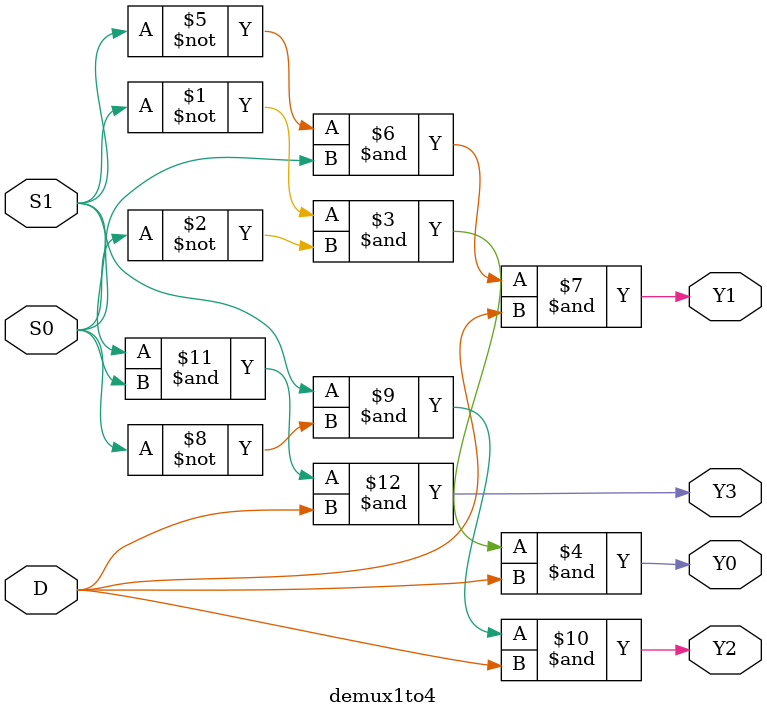
<source format=v>
 module demux1to4(D,S1,S0,Y0,Y1,Y2,Y3);
  input D,S0,S1;
  output Y0,Y1,Y2,Y3;
  assign Y0=~S1&~S0&D;
  assign Y1=~S1&S0&D;
  assign Y2=S1&~S0&D;
  assign Y3=S1&S0&D;
 endmodule 

</source>
